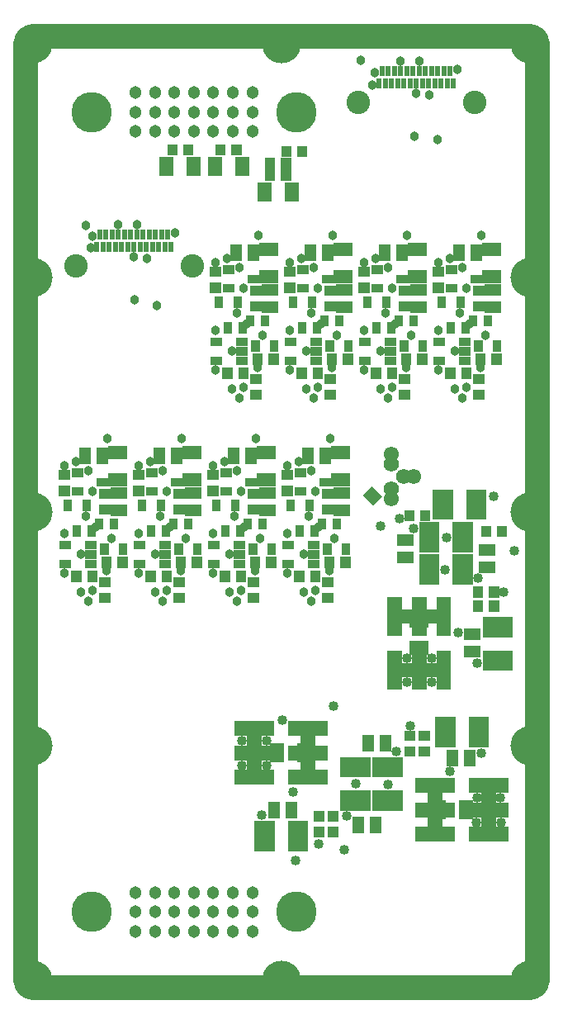
<source format=gbr>
G04 start of page 11 for group -4063 idx -4063 *
G04 Title: EPTPREAMPS, componentmask *
G04 Creator: pcb 1.99z *
G04 CreationDate: Fr 20 Jun 2014 11:29:12 GMT UTC *
G04 For: stephan *
G04 Format: Gerber/RS-274X *
G04 PCB-Dimensions (mil): 2952.76 4724.41 *
G04 PCB-Coordinate-Origin: lower left *
%MOIN*%
%FSLAX25Y25*%
%LNTOPMASK*%
%ADD189C,0.0001*%
%ADD188R,0.0820X0.0820*%
%ADD187R,0.0594X0.0594*%
%ADD186R,0.0460X0.0460*%
%ADD185R,0.0340X0.0340*%
%ADD184R,0.0410X0.0410*%
%ADD183R,0.0560X0.0560*%
%ADD182R,0.0200X0.0200*%
%ADD181C,0.0984*%
%ADD180C,0.0610*%
%ADD179C,0.0380*%
%ADD178C,0.0400*%
%ADD177C,0.0613*%
%ADD176C,0.0950*%
%ADD175C,0.1575*%
%ADD174C,0.0531*%
%ADD173C,0.1635*%
%ADD172C,0.0513*%
G54D172*X112205Y82677D03*
X120079D03*
X127953D03*
X135827D03*
X88583D03*
X96457D03*
X104331D03*
X135827Y66929D03*
Y74803D03*
X127953Y66929D03*
G54D173*X153543Y74803D03*
G54D172*X88583D03*
X96457Y66929D03*
X104331D03*
X112205D03*
X120079D03*
X88583D03*
X96457Y74803D03*
X104331D03*
X112205D03*
X120079D03*
X127953D03*
G54D173*X70866D03*
G54D174*X58071Y44292D03*
X65945D03*
X73819D03*
X81693D03*
X89567D03*
X97441D03*
X105315D03*
G54D175*X47244Y47245D03*
G54D174*X113189Y44292D03*
X121063D03*
X128937D03*
X136811D03*
G54D175*X147638Y47245D03*
G54D174*X44291Y59056D03*
Y66930D03*
Y74804D03*
Y82678D03*
Y90552D03*
Y98426D03*
Y106300D03*
Y114174D03*
Y122048D03*
G54D173*X153543Y397638D03*
G54D174*X158464Y428150D03*
X166339D03*
G54D175*X147638Y425198D03*
G54D172*X112205Y389764D03*
Y397638D03*
G54D176*X111500Y335441D03*
G54D172*X104331Y389764D03*
Y397638D03*
Y405512D03*
G54D174*X105315Y428150D03*
G54D172*X96457Y389764D03*
Y397638D03*
Y405512D03*
G54D174*X97441Y428150D03*
G54D172*X88583Y389764D03*
Y397638D03*
G54D173*X70866D03*
G54D172*X88583Y405512D03*
G54D174*X58071Y428150D03*
X65945D03*
X73819D03*
X81693D03*
X89567D03*
G54D172*X112205Y405512D03*
G54D174*X113189Y428150D03*
X121063D03*
X128937D03*
X136811D03*
G54D172*X135827Y389764D03*
X127953D03*
X135827Y397638D03*
X120079Y389764D03*
X127953Y397638D03*
X120079D03*
X127953Y405512D03*
X120079D03*
X135827D03*
G54D176*X178500Y401441D03*
G54D174*X250984Y389765D03*
Y397639D03*
G54D176*X225500Y401441D03*
G54D174*X250984Y405513D03*
Y413387D03*
X174213Y428150D03*
X182087D03*
X189961D03*
X197835D03*
X205709D03*
X213583D03*
X221457D03*
X229331D03*
X237205D03*
G54D175*X248031Y425198D03*
G54D174*X158464Y44292D03*
X166339D03*
X174213D03*
X182087D03*
X189961D03*
X197835D03*
X205709D03*
X213583D03*
X221457D03*
X229331D03*
X237205D03*
X250984Y59056D03*
Y66930D03*
Y74804D03*
Y82678D03*
Y90552D03*
Y98426D03*
G54D175*X248031Y47245D03*
G54D174*X250984Y106300D03*
Y114174D03*
Y122048D03*
Y129922D03*
Y153544D03*
Y161418D03*
Y169292D03*
Y177166D03*
G54D175*X248031Y141733D03*
G54D174*X250984Y185040D03*
Y192914D03*
Y200788D03*
Y208662D03*
Y216536D03*
Y224410D03*
Y248032D03*
G54D175*X248031Y236221D03*
G54D177*X192000Y245441D03*
Y255441D03*
X197000Y250441D03*
G54D174*X250984Y255906D03*
Y263780D03*
Y271654D03*
Y279528D03*
Y287402D03*
Y295276D03*
Y303150D03*
Y311024D03*
Y318898D03*
G54D175*X248031Y330709D03*
G54D174*X250984Y342520D03*
Y350394D03*
Y358269D03*
Y366143D03*
Y374017D03*
Y381891D03*
X44291Y129922D03*
Y153544D03*
Y161418D03*
Y169292D03*
Y177166D03*
Y185040D03*
Y192914D03*
Y200788D03*
G54D175*X47244Y141733D03*
G54D174*X44291Y208662D03*
Y216536D03*
Y224410D03*
Y248032D03*
G54D175*X47244Y236221D03*
Y330709D03*
G54D176*X64500Y335441D03*
G54D175*X47244Y425198D03*
G54D174*X44291Y255906D03*
Y263780D03*
Y271654D03*
Y279528D03*
Y287402D03*
Y295276D03*
Y303150D03*
Y311024D03*
Y318898D03*
Y342520D03*
Y350394D03*
Y358269D03*
Y366143D03*
Y374017D03*
Y381891D03*
Y389765D03*
Y397639D03*
Y405513D03*
Y413387D03*
G54D178*X228250Y138941D03*
X215750Y131691D03*
X209750Y111691D03*
X210500Y120441D03*
X226250Y110941D03*
X236000Y120941D03*
X226500D03*
X236250Y110941D03*
X190500Y126191D03*
X177500Y126691D03*
X199500Y149941D03*
X198250Y177191D03*
Y167441D03*
X198750Y193691D03*
X208250Y167441D03*
X219000Y187691D03*
X208000Y193441D03*
X226500Y175191D03*
X208250Y177191D03*
G54D179*X157500Y285941D03*
X157750Y301191D03*
X154500Y256441D03*
X150000Y254941D03*
X167250Y265941D03*
G54D178*X194000Y139441D03*
X195250Y233691D03*
X187500Y230441D03*
G54D180*X192000Y241441D03*
G54D178*X241500Y220691D03*
X237250Y203941D03*
X214250Y225941D03*
X227000Y209441D03*
X213750Y212941D03*
X201000Y229441D03*
G54D180*Y250441D03*
G54D178*X233250Y242691D03*
G54D180*X192000Y259441D03*
G54D178*X139750Y113941D03*
X153250Y95441D03*
X148000Y152191D03*
X152250Y123191D03*
X141500Y133941D03*
Y143941D03*
X174000Y113441D03*
X157750Y147691D03*
X168500Y157941D03*
X162750Y102191D03*
X173000Y99941D03*
X157750Y143691D03*
G54D179*X132500Y230191D03*
X139000Y225691D03*
X150000Y227441D03*
X137000Y212691D03*
X137250Y265941D03*
X167000Y212691D03*
X150000Y211691D03*
X156500Y203941D03*
X161250Y204691D03*
X159750Y200191D03*
X156750Y219191D03*
X169000Y225691D03*
X162500Y230191D03*
X159750Y252941D03*
X161250Y244441D03*
X158750Y234441D03*
G54D178*X131750Y143941D03*
Y133941D03*
G54D179*X228250Y347941D03*
X222250Y326441D03*
X215500Y338441D03*
X220750Y334941D03*
X211000Y336941D03*
X198250Y347941D03*
X192250Y326441D03*
X185500Y338441D03*
X190750Y334941D03*
X211000Y309441D03*
X219750Y316441D03*
X223500Y312191D03*
X181000Y309441D03*
X189750Y316441D03*
X193500Y312191D03*
X220750Y282191D03*
X222250Y286691D03*
X217500Y285941D03*
X230000Y307691D03*
X228000Y294691D03*
X217750Y301191D03*
X187750D03*
X200000Y307691D03*
X211000Y293691D03*
X181000D03*
X198000Y294691D03*
X168000Y294441D03*
X190750Y282191D03*
X192250Y286691D03*
X187500Y285941D03*
X170000Y307691D03*
X181000Y336941D03*
X155500Y338441D03*
X168250Y347941D03*
X162250Y326441D03*
X160750Y334941D03*
X151000Y336941D03*
X138250Y347941D03*
X132250Y326441D03*
X121000Y336941D03*
X125500Y338441D03*
X130750Y334941D03*
X104750Y348941D03*
X89250Y352191D03*
X81750D03*
X70500Y342941D03*
X71250Y347691D03*
X68500Y351941D03*
X93250Y338441D03*
X88250Y321941D03*
X97250Y319691D03*
X88000Y339191D03*
X218500Y414941D03*
X203250Y418191D03*
X195750D03*
X207250Y404441D03*
X201250Y387941D03*
X202000Y405191D03*
X184250Y408441D03*
X185250Y413691D03*
X179750Y418441D03*
X210500Y386441D03*
X151000Y309441D03*
Y293691D03*
X159750Y316441D03*
X163500Y312191D03*
X160750Y282191D03*
X162250Y286691D03*
X130750Y282191D03*
X132250Y286691D03*
X121000Y309441D03*
X129750Y316441D03*
X140000Y307691D03*
X133500Y312191D03*
X127500Y285941D03*
X121000Y293691D03*
X127750Y301191D03*
X138000Y294691D03*
X69750Y252941D03*
X64500Y256441D03*
X77250Y265941D03*
X60000Y254941D03*
X71250Y244441D03*
X131250D03*
X99750Y252941D03*
X101250Y244441D03*
X94500Y256441D03*
X107250Y265941D03*
X90000Y254941D03*
X129750Y252941D03*
X124500Y256441D03*
X120000Y254941D03*
X72500Y230191D03*
X77000Y212691D03*
X66750Y219191D03*
X60000Y211691D03*
X79000Y225691D03*
X60000Y227441D03*
X66500Y203941D03*
X71250Y204691D03*
X69750Y200191D03*
X90000Y211691D03*
Y227441D03*
X68750Y234441D03*
X102500Y230191D03*
X98750Y234441D03*
X128750D03*
X107000Y212691D03*
X109000Y225691D03*
X120000Y227441D03*
X96750Y219191D03*
X96500Y203941D03*
X101250Y204691D03*
X99750Y200191D03*
X126750Y219191D03*
X120000Y211691D03*
X126500Y203941D03*
X131250Y204691D03*
X129750Y200191D03*
G54D181*X47244Y428150D02*X248031D01*
G54D182*X188250Y415191D02*Y413191D01*
X190750Y415191D02*Y413191D01*
X193250Y415191D02*Y413191D01*
X195750Y415191D02*Y413191D01*
X198250Y415191D02*Y413191D01*
X200750Y415191D02*Y413191D01*
X73000Y344191D02*Y342191D01*
X74250Y349191D02*Y347191D01*
X76750Y349191D02*Y347191D01*
X75500Y344191D02*Y342191D01*
X78000Y344191D02*Y342191D01*
X80500Y344191D02*Y342191D01*
X99250Y349191D02*Y347191D01*
X101750Y349191D02*Y347191D01*
X79250Y349191D02*Y347191D01*
X81750Y349191D02*Y347191D01*
X84250Y349191D02*Y347191D01*
X86750Y349191D02*Y347191D01*
G54D183*X140750Y366441D02*Y364441D01*
G54D184*X143050Y372391D02*Y371991D01*
X149450Y372391D02*Y371991D01*
G54D182*X187000Y410191D02*Y408191D01*
X189500Y410191D02*Y408191D01*
X192000Y410191D02*Y408191D01*
X194500Y410191D02*Y408191D01*
X197000Y410191D02*Y408191D01*
X199500Y410191D02*Y408191D01*
X202000Y410191D02*Y408191D01*
X203250Y415191D02*Y413191D01*
X205750Y415191D02*Y413191D01*
X204500Y410191D02*Y408191D01*
X207000Y410191D02*Y408191D01*
X209500Y410191D02*Y408191D01*
X212000Y410191D02*Y408191D01*
X214500Y410191D02*Y408191D01*
X217000Y410191D02*Y408191D01*
X208250Y415191D02*Y413191D01*
X210750Y415191D02*Y413191D01*
X213250Y415191D02*Y413191D01*
X215750Y415191D02*Y413191D01*
G54D184*X149450Y377141D02*Y376741D01*
X143050Y377141D02*Y376741D01*
X149550Y381891D02*Y381491D01*
X155950Y381891D02*Y381491D01*
G54D183*X120750Y376691D02*Y374691D01*
X131750Y376691D02*Y374691D01*
G54D184*X129450Y382641D02*Y382241D01*
X123050Y382641D02*Y382241D01*
X103550Y382641D02*Y382241D01*
X109950Y382641D02*Y382241D01*
G54D183*X112250Y376691D02*Y374691D01*
X101250Y376691D02*Y374691D01*
X231500Y331191D02*X233500D01*
X231500Y342191D02*X233500D01*
G54D185*X185600Y326441D02*X186800D01*
X189850Y321341D02*Y320141D01*
G54D184*X197050Y325641D02*X197450D01*
G54D186*X202000Y325941D02*X204000D01*
X202000Y318941D02*X204000D01*
G54D185*X182250Y321341D02*Y320141D01*
G54D184*X167050Y319241D02*X167450D01*
G54D186*X172000Y318941D02*X174000D01*
G54D185*X170950Y313941D02*Y312741D01*
X150700Y297241D02*X151900D01*
G54D184*X144450Y298141D02*Y297741D01*
G54D185*X174750Y303741D02*Y302541D01*
X167150Y303741D02*Y302541D01*
X160900Y297241D02*X162100D01*
G54D184*X168050Y298141D02*Y297741D01*
X174450Y298141D02*Y297741D01*
G54D185*X160900Y301041D02*X162100D01*
X160900Y304841D02*X162100D01*
X144750Y303741D02*Y302541D01*
G54D184*X167050Y325641D02*X167450D01*
G54D186*X172000Y325941D02*X174000D01*
G54D185*X155600Y326441D02*X156800D01*
X159850Y321341D02*Y320141D01*
X162050Y311141D02*Y309941D01*
X164950Y313941D02*Y312741D01*
X125600Y326441D02*X126800D01*
X122250Y321341D02*Y320141D01*
X129850Y321341D02*Y320141D01*
X126050Y311141D02*Y309941D01*
X150700Y304841D02*X151900D01*
X130900D02*X132100D01*
X120700D02*X121900D01*
X120700Y297241D02*X121900D01*
X130900D02*X132100D01*
X130900Y301041D02*X132100D01*
G54D184*X138050Y298141D02*Y297741D01*
G54D185*X137150Y303741D02*Y302541D01*
X152250Y321341D02*Y320141D01*
X156050Y311141D02*Y309941D01*
G54D184*X137050Y319241D02*X137450D01*
X137050Y325641D02*X137450D01*
G54D186*X142000Y325941D02*X144000D01*
X142000Y318941D02*X144000D01*
G54D185*X132050Y311141D02*Y309941D01*
X140950Y313941D02*Y312741D01*
X134950Y313941D02*Y312741D01*
G54D183*X201500Y331191D02*X203500D01*
X201500Y342191D02*X203500D01*
G54D186*X196250Y341941D02*Y339941D01*
G54D185*X195800Y330241D02*X197000D01*
G54D186*X189250Y341941D02*Y339941D01*
G54D185*X185600Y334041D02*X186800D01*
G54D184*X180800Y333141D02*X181200D01*
X180800Y326741D02*X181200D01*
G54D183*X171500Y331191D02*X173500D01*
X171500Y342191D02*X173500D01*
G54D186*X166250Y341941D02*Y339941D01*
X159250Y341941D02*Y339941D01*
G54D185*X155600Y334041D02*X156800D01*
X165800Y330241D02*X167000D01*
G54D183*X151750Y366441D02*Y364441D01*
G54D184*X150800Y333141D02*X151200D01*
X150800Y326741D02*X151200D01*
G54D183*X141500Y342191D02*X143500D01*
G54D186*X136250Y341941D02*Y339941D01*
G54D184*X120800Y333141D02*X121200D01*
X120800Y326741D02*X121200D01*
G54D186*X129250Y341941D02*Y339941D01*
G54D185*X125600Y334041D02*X126800D01*
G54D183*X141500Y331191D02*X143500D01*
G54D185*X135800Y330241D02*X137000D01*
G54D182*X83000Y344191D02*Y342191D01*
X85500Y344191D02*Y342191D01*
X88000Y344191D02*Y342191D01*
X90500Y344191D02*Y342191D01*
X93000Y344191D02*Y342191D01*
X95500Y344191D02*Y342191D01*
X98000Y344191D02*Y342191D01*
X100500Y344191D02*Y342191D01*
X103000Y344191D02*Y342191D01*
X89250Y349191D02*Y347191D01*
X91750Y349191D02*Y347191D01*
X94250Y349191D02*Y347191D01*
X96750Y349191D02*Y347191D01*
G54D181*X47244Y44292D02*X248031D01*
G54D183*X145750Y139941D02*Y137941D01*
G54D187*X131752Y138941D02*X141594D01*
X131752Y148783D02*X141594D01*
X136673Y146815D02*Y131067D01*
G54D186*X151500Y116941D02*Y114941D01*
X144500Y116941D02*Y114941D01*
G54D187*X131752Y129098D02*X141594D01*
G54D184*X168300Y106991D02*X168700D01*
G54D186*X178500Y110941D02*Y108941D01*
X185500Y110941D02*Y108941D01*
G54D184*X168300Y113391D02*X168700D01*
G54D188*X154250Y107441D02*Y103441D01*
G54D183*X156750Y139941D02*Y137941D01*
G54D187*X153406Y138941D02*X163248D01*
G54D184*X162550Y113391D02*X162950D01*
X162550Y106991D02*X162950D01*
G54D187*X153406Y129098D02*X163248D01*
G54D188*X175500Y133191D02*X179500D01*
X175500Y119691D02*X179500D01*
G54D187*X153406Y148783D02*X163248D01*
X158327Y146815D02*Y131067D01*
G54D183*X222250Y116941D02*Y114941D01*
G54D187*X204752Y125783D02*X214594D01*
X204752Y115941D02*X214594D01*
X226406Y125783D02*X236248D01*
X226406Y115941D02*X236248D01*
X231327Y123815D02*Y108067D01*
G54D183*X211250Y116941D02*Y114941D01*
G54D188*X188500Y119691D02*X192500D01*
G54D187*X209673Y123815D02*Y108067D01*
G54D184*X199300Y139491D02*X199700D01*
X199300Y145891D02*X199700D01*
G54D186*X189500Y143941D02*Y141941D01*
X223500Y137941D02*Y135941D01*
G54D188*X227250Y149441D02*Y145441D01*
G54D184*X205050Y139491D02*X205450D01*
X205050Y145891D02*X205450D01*
G54D186*X216500Y137941D02*Y135941D01*
G54D188*X213750Y149441D02*Y145441D01*
X188500Y133191D02*X192500D01*
G54D187*X226406Y106098D02*X236248D01*
X204752D02*X214594D01*
X213093Y198939D02*Y189096D01*
Y177285D02*Y167443D01*
G54D181*X250984Y425198D02*Y47245D01*
G54D185*X210700Y304841D02*X211900D01*
X220900Y301041D02*X222100D01*
X220900Y304841D02*X222100D01*
X215600Y326441D02*X216800D01*
G54D184*X210800Y326741D02*X211200D01*
G54D186*X226250Y341941D02*Y339941D01*
X219250Y341941D02*Y339941D01*
G54D185*X225800Y330241D02*X227000D01*
X215600Y334041D02*X216800D01*
G54D184*X210800Y333141D02*X211200D01*
X227050Y283491D02*X227450D01*
X227050Y289891D02*X227450D01*
G54D185*X220900Y297241D02*X222100D01*
X210700D02*X211900D01*
G54D184*X227050Y319241D02*X227450D01*
X227050Y325641D02*X227450D01*
G54D186*X232000Y325941D02*X234000D01*
X232000Y318941D02*X234000D01*
G54D185*X230950Y313941D02*Y312741D01*
X224950Y313941D02*Y312741D01*
G54D184*X228050Y298141D02*Y297741D01*
X234450Y298141D02*Y297741D01*
G54D185*X212250Y321341D02*Y320141D01*
X219850Y321341D02*Y320141D01*
X216050Y311141D02*Y309941D01*
X222050Y311141D02*Y309941D01*
G54D184*X222200Y292391D02*Y291991D01*
X215800Y292391D02*Y291991D01*
G54D185*X234750Y303741D02*Y302541D01*
X227150Y303741D02*Y302541D01*
X204750Y303741D02*Y302541D01*
G54D184*X204450Y298141D02*Y297741D01*
X192200Y292391D02*Y291991D01*
X185800Y292391D02*Y291991D01*
X197050Y283491D02*X197450D01*
X197050Y289891D02*X197450D01*
G54D185*X180700Y304841D02*X181900D01*
X180700Y297241D02*X181900D01*
X190900D02*X192100D01*
X190900Y301041D02*X192100D01*
X186050Y311141D02*Y309941D01*
G54D184*X197050Y319241D02*X197450D01*
G54D185*X190900Y304841D02*X192100D01*
X192050Y311141D02*Y309941D01*
G54D184*X198050Y298141D02*Y297741D01*
G54D185*X197150Y303741D02*Y302541D01*
X200950Y313941D02*Y312741D01*
X194950Y313941D02*Y312741D01*
G54D184*X155800Y292391D02*Y291991D01*
X167050Y283491D02*X167450D01*
X162200Y292391D02*Y291991D01*
X167050Y289891D02*X167450D01*
G54D185*X173750Y221741D02*Y220541D01*
G54D184*X173450Y216141D02*Y215741D01*
X166050Y201491D02*X166450D01*
X166050Y207891D02*X166450D01*
G54D187*X203250Y198939D02*Y189096D01*
X193407Y198939D02*Y189096D01*
X195376Y194018D02*X211124D01*
X203250Y177285D02*Y167443D01*
X193407Y177285D02*Y167443D01*
X195376Y172364D02*X211124D01*
G54D185*X169950Y231941D02*Y230741D01*
X163950Y231941D02*Y230741D01*
X155050Y229141D02*Y227941D01*
X161050Y229141D02*Y227941D01*
X151250Y239341D02*Y238141D01*
X158850Y239341D02*Y238141D01*
G54D186*X171000Y236941D02*X173000D01*
G54D184*X166050Y237241D02*X166450D01*
G54D189*G36*
X184000Y246596D02*X188155Y242441D01*
X184500Y238786D01*
X180345Y242941D01*
X184000Y246596D01*
G37*
G54D184*X149800Y251141D02*X150200D01*
G54D185*X154600Y252041D02*X155800D01*
X166150Y221741D02*Y220541D01*
G54D184*X167050Y216141D02*Y215741D01*
X161200Y210391D02*Y209991D01*
X154800Y210391D02*Y209991D01*
G54D185*X159900Y215241D02*X161100D01*
X159900Y219041D02*X161100D01*
X159900Y222841D02*X161100D01*
G54D184*X149800Y244741D02*X150200D01*
G54D185*X154600Y244441D02*X155800D01*
G54D186*X171000Y243941D02*X173000D01*
G54D184*X166050Y243641D02*X166450D01*
G54D183*X170500Y249191D02*X172500D01*
X170500Y260191D02*X172500D01*
G54D185*X164800Y248241D02*X166000D01*
G54D186*X165250Y259941D02*Y257941D01*
X158250Y259941D02*Y257941D01*
G54D181*X44291Y425198D02*Y47245D01*
G54D185*X59700Y222841D02*X60900D01*
X59700Y215241D02*X60900D01*
X83750Y221741D02*Y220541D01*
X79950Y231941D02*Y230741D01*
G54D184*X77050Y216141D02*Y215741D01*
X83450Y216141D02*Y215741D01*
X71200Y210391D02*Y209991D01*
X64800Y210391D02*Y209991D01*
G54D185*X69900Y215241D02*X71100D01*
X76150Y221741D02*Y220541D01*
X73950Y231941D02*Y230741D01*
X68850Y239341D02*Y238141D01*
X71050Y229141D02*Y227941D01*
X69900Y219041D02*X71100D01*
G54D184*X76050Y201491D02*X76450D01*
X76050Y207891D02*X76450D01*
G54D185*X65050Y229141D02*Y227941D01*
X64600Y244441D02*X65800D01*
G54D184*X76050Y237241D02*X76450D01*
G54D185*X74800Y248241D02*X76000D01*
G54D186*X81000Y243941D02*X83000D01*
X81000Y236941D02*X83000D01*
G54D184*X76050Y243641D02*X76450D01*
G54D183*X80500Y249191D02*X82500D01*
G54D185*X69900Y222841D02*X71100D01*
X64600Y252041D02*X65800D01*
G54D186*X68250Y259941D02*Y257941D01*
G54D185*X61250Y239341D02*Y238141D01*
G54D184*X59800Y251141D02*X60200D01*
X59800Y244741D02*X60200D01*
G54D186*X75250Y259941D02*Y257941D01*
G54D183*X80500Y260191D02*X82500D01*
G54D184*X137050Y283491D02*X137450D01*
X137050Y289891D02*X137450D01*
X125800Y292391D02*Y291991D01*
G54D185*X99900Y219041D02*X101100D01*
X99900Y222841D02*X101100D01*
X89700D02*X90900D01*
X89700Y215241D02*X90900D01*
G54D184*X89800Y251141D02*X90200D01*
X89800Y244741D02*X90200D01*
G54D185*X94600Y244441D02*X95800D01*
X94600Y252041D02*X95800D01*
G54D186*X105250Y259941D02*Y257941D01*
G54D183*X110500Y260191D02*X112500D01*
G54D184*X106050Y201491D02*X106450D01*
X106050Y207891D02*X106450D01*
G54D185*X121250Y239341D02*Y238141D01*
X125050Y229141D02*Y227941D01*
X128850Y239341D02*Y238141D01*
X131050Y229141D02*Y227941D01*
G54D184*X131200Y210391D02*Y209991D01*
X124800Y210391D02*Y209991D01*
G54D185*X129900Y215241D02*X131100D01*
X129900Y219041D02*X131100D01*
X129900Y222841D02*X131100D01*
G54D184*X132200Y292391D02*Y291991D01*
G54D186*X98250Y259941D02*Y257941D01*
G54D185*X119700Y222841D02*X120900D01*
X119700Y215241D02*X120900D01*
G54D184*X119800Y251141D02*X120200D01*
X119800Y244741D02*X120200D01*
G54D185*X124600Y244441D02*X125800D01*
X124600Y252041D02*X125800D01*
G54D186*X128250Y259941D02*Y257941D01*
G54D185*X95050Y229141D02*Y227941D01*
X101050Y229141D02*Y227941D01*
G54D184*X107050Y216141D02*Y215741D01*
X113450Y216141D02*Y215741D01*
X101200Y210391D02*Y209991D01*
X94800Y210391D02*Y209991D01*
G54D185*X99900Y215241D02*X101100D01*
X104800Y248241D02*X106000D01*
G54D186*X111000Y243941D02*X113000D01*
X111000Y236941D02*X113000D01*
G54D184*X106050Y237241D02*X106450D01*
X106050Y243641D02*X106450D01*
G54D183*X110500Y249191D02*X112500D01*
G54D185*X113750Y221741D02*Y220541D01*
X106150Y221741D02*Y220541D01*
X109950Y231941D02*Y230741D01*
X103950Y231941D02*Y230741D01*
X91250Y239341D02*Y238141D01*
X98850Y239341D02*Y238141D01*
X133950Y231941D02*Y230741D01*
X134800Y248241D02*X136000D01*
G54D186*X135250Y259941D02*Y257941D01*
G54D184*X136050Y237241D02*X136450D01*
X136050Y243641D02*X136450D01*
G54D186*X141000Y243941D02*X143000D01*
X141000Y236941D02*X143000D01*
G54D183*X140500Y249191D02*X142500D01*
X140500Y260191D02*X142500D01*
G54D185*X143750Y221741D02*Y220541D01*
X139950Y231941D02*Y230741D01*
G54D184*X136050Y201491D02*X136450D01*
X136050Y207891D02*X136450D01*
G54D186*X182500Y143941D02*Y141941D01*
G54D185*X149700Y222841D02*X150900D01*
X149700Y215241D02*X150900D01*
X136150Y221741D02*Y220541D01*
G54D188*X140750Y107441D02*Y103441D01*
G54D184*X137050Y216141D02*Y215741D01*
X143450Y216141D02*Y215741D01*
G54D188*X220750Y214941D02*Y210941D01*
G54D186*X229500Y213941D02*X231500D01*
X223500Y186941D02*X225500D01*
G54D188*X233000Y189691D02*X237000D01*
G54D186*X223500Y179941D02*X225500D01*
G54D188*X233000Y176191D02*X237000D01*
G54D184*X227050Y198391D02*Y197991D01*
X233450Y198391D02*Y197991D01*
X227050Y204141D02*Y203741D01*
X233450Y204141D02*Y203741D01*
G54D188*X207250Y214941D02*Y210941D01*
G54D186*X196500Y217941D02*X198500D01*
G54D183*X202250Y192441D02*X204250D01*
X202250Y181441D02*X204250D01*
G54D188*X220750Y227941D02*Y223941D01*
X226250Y241191D02*Y237191D01*
X212750Y241191D02*Y237191D01*
G54D186*X229500Y220941D02*X231500D01*
G54D184*X230300Y228641D02*Y228241D01*
X236700Y228641D02*Y228241D01*
G54D188*X207250Y227941D02*Y223941D01*
G54D186*X196500Y224941D02*X198500D01*
G54D184*X199300Y234891D02*Y234491D01*
X205700Y234891D02*Y234491D01*
M02*

</source>
